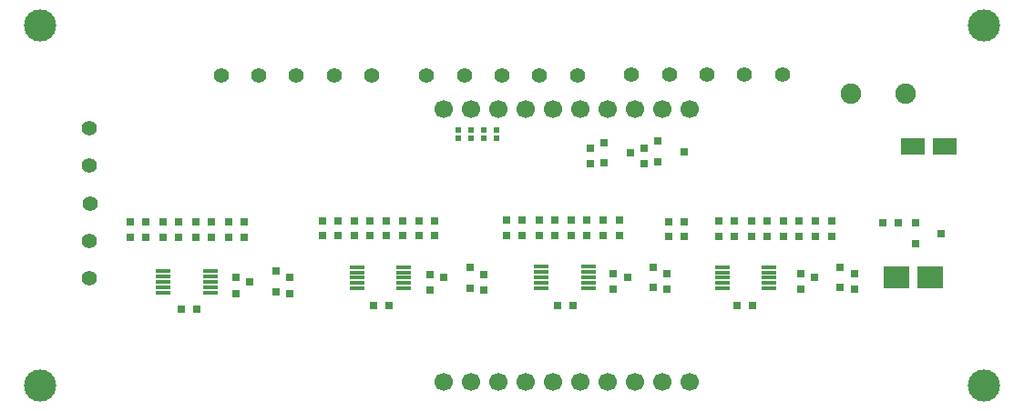
<source format=gbr>
%TF.GenerationSoftware,Altium Limited,Altium Designer,24.8.2 (39)*%
G04 Layer_Color=255*
%FSLAX45Y45*%
%MOMM*%
%TF.SameCoordinates,FC40D359-564B-479C-ACF9-AE4C40DE52D9*%
%TF.FilePolarity,Positive*%
%TF.FileFunction,Pads,Top*%
%TF.Part,Single*%
G01*
G75*
%TA.AperFunction,SMDPad,CuDef*%
%ADD10R,0.80000X0.65000*%
%ADD11R,1.45000X0.30000*%
%ADD12R,0.65000X0.80000*%
%ADD13R,0.80000X0.80000*%
%ADD14R,0.50000X0.50000*%
%ADD15R,2.45000X2.15000*%
%ADD16R,0.80000X0.80000*%
%ADD17R,2.20000X1.60000*%
%TA.AperFunction,ComponentPad*%
%ADD20C,1.40000*%
%TA.AperFunction,ViaPad*%
%ADD21C,3.00000*%
%TA.AperFunction,ComponentPad*%
%ADD22C,1.90000*%
%ADD23C,1.70000*%
D10*
X9990000Y3720000D02*
D03*
Y3865000D02*
D03*
X9487500Y3720000D02*
D03*
Y3865000D02*
D03*
X11290000Y3752500D02*
D03*
Y3897500D02*
D03*
X11790000Y3752500D02*
D03*
Y3897500D02*
D03*
X12995000Y3757500D02*
D03*
Y3902500D02*
D03*
X13495000Y3757500D02*
D03*
Y3902500D02*
D03*
X14732500Y3755000D02*
D03*
Y3900000D02*
D03*
X15232500Y3755000D02*
D03*
Y3900000D02*
D03*
X12780000Y5072500D02*
D03*
Y4927500D02*
D03*
X13280000Y5072500D02*
D03*
Y4927500D02*
D03*
D11*
X9247500Y3725000D02*
D03*
Y3775000D02*
D03*
Y3825000D02*
D03*
Y3875000D02*
D03*
Y3925000D02*
D03*
X8812500Y3725000D02*
D03*
Y3775000D02*
D03*
Y3825000D02*
D03*
Y3875000D02*
D03*
Y3925000D02*
D03*
X14005000Y3965000D02*
D03*
Y3915000D02*
D03*
Y3865000D02*
D03*
Y3815000D02*
D03*
Y3765000D02*
D03*
X14439999Y3965000D02*
D03*
Y3915000D02*
D03*
Y3865000D02*
D03*
Y3815000D02*
D03*
Y3765000D02*
D03*
X11047500D02*
D03*
Y3815000D02*
D03*
Y3865000D02*
D03*
Y3915000D02*
D03*
Y3965000D02*
D03*
X10612500Y3765000D02*
D03*
Y3815000D02*
D03*
Y3865000D02*
D03*
Y3915000D02*
D03*
Y3965000D02*
D03*
X12762500Y3770000D02*
D03*
Y3820000D02*
D03*
Y3870000D02*
D03*
Y3920000D02*
D03*
Y3970000D02*
D03*
X12327500Y3770000D02*
D03*
Y3820000D02*
D03*
Y3870000D02*
D03*
Y3920000D02*
D03*
Y3970000D02*
D03*
D12*
X9562500Y4385000D02*
D03*
X9417500D02*
D03*
X9115000D02*
D03*
X9260000D02*
D03*
X8955000D02*
D03*
X8810000D02*
D03*
X8507500D02*
D03*
X8652500D02*
D03*
X9115000Y4242500D02*
D03*
X9260000D02*
D03*
X9562500D02*
D03*
X9417500D02*
D03*
X8955000D02*
D03*
X8810000D02*
D03*
X8507500D02*
D03*
X8652500D02*
D03*
X9122500Y3570000D02*
D03*
X8977500D02*
D03*
X14120000Y4390000D02*
D03*
X13975000D02*
D03*
X14275000D02*
D03*
X14420000D02*
D03*
X14875000Y4250000D02*
D03*
X15020000D02*
D03*
X14720000D02*
D03*
X14575000D02*
D03*
X14720000Y4390000D02*
D03*
X14575000D02*
D03*
X14275000Y4250000D02*
D03*
X14420000D02*
D03*
X14120000D02*
D03*
X13975000D02*
D03*
X14875000Y4390000D02*
D03*
X15020000D02*
D03*
X15642500Y4372500D02*
D03*
X15497501D02*
D03*
X10287500Y4395000D02*
D03*
X10432500D02*
D03*
X10732500D02*
D03*
X10587500D02*
D03*
X10887500D02*
D03*
X11032500D02*
D03*
X11332500D02*
D03*
X11187500D02*
D03*
X12002500Y4400000D02*
D03*
X12147500D02*
D03*
X12447500D02*
D03*
X12302500D02*
D03*
X12602500D02*
D03*
X12747500D02*
D03*
X13047501D02*
D03*
X12902499D02*
D03*
X13655000Y4247500D02*
D03*
X13510001D02*
D03*
X13655000Y4387500D02*
D03*
X13510001D02*
D03*
X10287500Y4255000D02*
D03*
X10432500D02*
D03*
X10732500D02*
D03*
X10587500D02*
D03*
X10887500D02*
D03*
X11032500D02*
D03*
X11332500D02*
D03*
X11187500D02*
D03*
X10912500Y3605000D02*
D03*
X10767500D02*
D03*
X12002500Y4260000D02*
D03*
X12147500D02*
D03*
X12447500D02*
D03*
X12302500D02*
D03*
X12602500D02*
D03*
X12747500D02*
D03*
X13047501D02*
D03*
X12902499D02*
D03*
X12617500Y3610000D02*
D03*
X12472500D02*
D03*
X14285001Y3605000D02*
D03*
X14139999D02*
D03*
D13*
X9617500Y3830000D02*
D03*
X9857500Y3925000D02*
D03*
Y3735000D02*
D03*
X13364999Y3775000D02*
D03*
Y3965000D02*
D03*
X13125000Y3870000D02*
D03*
X11420000Y3865000D02*
D03*
X11660000Y3960000D02*
D03*
Y3770000D02*
D03*
X14862500Y3867500D02*
D03*
X15102499Y3962500D02*
D03*
Y3772500D02*
D03*
X13150000Y5030000D02*
D03*
X12910001Y4935000D02*
D03*
Y5125000D02*
D03*
X13650000Y5040000D02*
D03*
X13410001Y4945000D02*
D03*
Y5135000D02*
D03*
D14*
X11912500Y5160000D02*
D03*
Y5238900D02*
D03*
X11670000D02*
D03*
Y5160000D02*
D03*
X11550000Y5161100D02*
D03*
Y5240000D02*
D03*
X11790000Y5160000D02*
D03*
Y5238900D02*
D03*
D15*
X15622501Y3865000D02*
D03*
X15937500D02*
D03*
D16*
X16039999Y4277500D02*
D03*
X15800000Y4182500D02*
D03*
Y4372500D02*
D03*
D17*
X16077499Y5085000D02*
D03*
X15777499D02*
D03*
D20*
X8127500Y5257200D02*
D03*
Y4907500D02*
D03*
X8128400Y4557100D02*
D03*
X8127300Y3857600D02*
D03*
Y4207100D02*
D03*
X12660000Y5750000D02*
D03*
X12310300D02*
D03*
X11959900Y5749100D02*
D03*
X11260400Y5750200D02*
D03*
X11609900D02*
D03*
X14563078Y5753900D02*
D03*
X14213379D02*
D03*
X13862979Y5753000D02*
D03*
X13163480Y5754100D02*
D03*
X13512979D02*
D03*
X10749700Y5750000D02*
D03*
X10400000D02*
D03*
X10049600Y5749100D02*
D03*
X9350100Y5750200D02*
D03*
X9699600D02*
D03*
D21*
X16437500Y6210000D02*
D03*
X16436340Y2865120D02*
D03*
X7670800Y6210300D02*
D03*
Y2865120D02*
D03*
D22*
X15709900Y5575300D02*
D03*
X15201900D02*
D03*
D23*
X13700760Y5432500D02*
D03*
X13446761D02*
D03*
X13192760D02*
D03*
X12938760D02*
D03*
X12684760D02*
D03*
X12430760D02*
D03*
X12176760D02*
D03*
X11922760D02*
D03*
X11668760D02*
D03*
X11414760D02*
D03*
X13700760Y2892500D02*
D03*
X13446761D02*
D03*
X13192760D02*
D03*
X12938760D02*
D03*
X12684760D02*
D03*
X12430760D02*
D03*
X12176760D02*
D03*
X11922760D02*
D03*
X11668760D02*
D03*
X11414760D02*
D03*
%TF.MD5,52889969d5c7355d901dddf4a93e92b9*%
M02*

</source>
